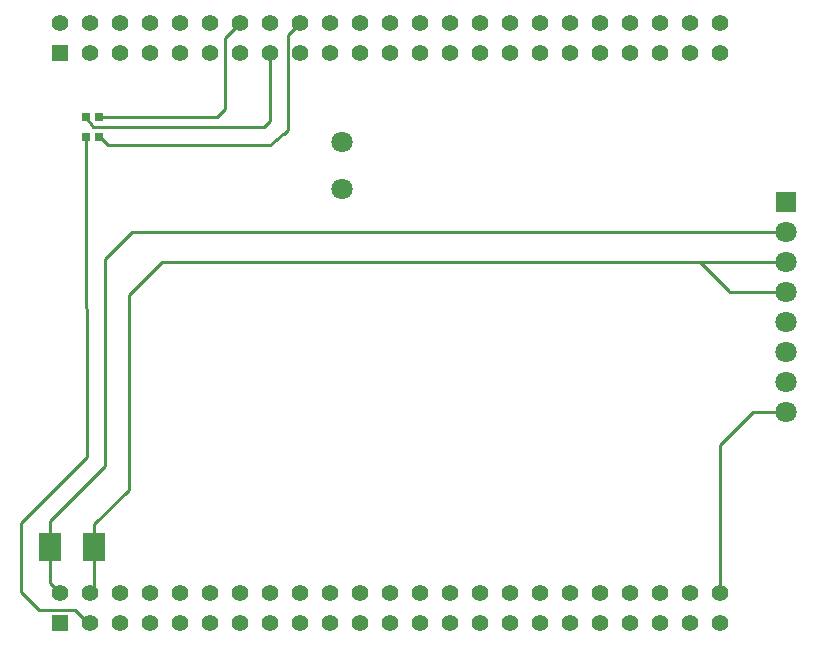
<source format=gtl>
G04 Layer: TopLayer*
G04 EasyEDA v6.5.22, 2023-01-10 12:38:46*
G04 25b49afb8cf343a198f3b3cb698868e7,2e4b97ed0a384ad5b60706015a639cab,10*
G04 Gerber Generator version 0.2*
G04 Scale: 100 percent, Rotated: No, Reflected: No *
G04 Dimensions in inches *
G04 leading zeros omitted , absolute positions ,3 integer and 6 decimal *
%FSLAX36Y36*%
%MOIN*%

%ADD10C,0.0100*%
%ADD11R,0.0748X0.0935*%
%ADD12R,0.0276X0.0315*%
%ADD13C,0.0709*%
%ADD14R,0.0551X0.0551*%
%ADD15C,0.0551*%
%ADD16R,0.0709X0.0709*%

%LPD*%
D10*
X971649Y-513458D02*
G01*
X973461Y-513458D01*
X1000000Y-540000D01*
X1540000Y-540000D01*
X1584252Y-504600D01*
X1585399Y-504600D01*
X1600000Y-490000D01*
X1600000Y-175000D01*
X1640000Y-135000D01*
X950000Y-480000D02*
G01*
X1520000Y-480000D01*
X1540000Y-460000D01*
X1540000Y-235000D01*
X928350Y-446541D02*
G01*
X928350Y-448350D01*
X950000Y-480000D01*
X971649Y-446541D02*
G01*
X1363461Y-446541D01*
X1390000Y-420000D01*
X1390000Y-185000D01*
X1440000Y-135000D01*
X940000Y-2135000D02*
G01*
X935000Y-2135000D01*
X890000Y-2090000D01*
X770000Y-2090000D01*
X710000Y-2030000D01*
X710000Y-1800000D01*
X930000Y-1580000D01*
X928301Y-580000D01*
X928301Y-503501D01*
X3260000Y-1430000D02*
G01*
X3150000Y-1430000D01*
X3040000Y-1540000D01*
X3040000Y-2035000D01*
X3260000Y-1030000D02*
G01*
X3070000Y-1030000D01*
X3070000Y-1027366D01*
X2972632Y-930000D01*
X954751Y-1880000D02*
G01*
X954751Y-1805248D01*
X1070000Y-1690000D01*
X1070000Y-1040000D01*
X1180000Y-930000D01*
X3260000Y-930000D01*
X805248Y-1880000D02*
G01*
X805248Y-1794751D01*
X990000Y-1610000D01*
X990000Y-920000D01*
X1080000Y-830000D01*
X3260000Y-830000D01*
X940000Y-2035000D02*
G01*
X954751Y-2020248D01*
X954751Y-1880000D01*
X840000Y-2035000D02*
G01*
X805248Y-2000248D01*
X805248Y-1880000D01*
D11*
G01*
X954749Y-1880000D03*
G01*
X805250Y-1880000D03*
D12*
G01*
X971649Y-513460D03*
G01*
X928350Y-513460D03*
G01*
X928350Y-446539D03*
G01*
X971649Y-446539D03*
D13*
G01*
X1780000Y-688739D03*
G01*
X1780000Y-531260D03*
D14*
G01*
X840000Y-235000D03*
D15*
G01*
X840000Y-135000D03*
G01*
X940000Y-235000D03*
G01*
X940000Y-135000D03*
G01*
X1040000Y-235000D03*
G01*
X1040000Y-135000D03*
G01*
X1140000Y-235000D03*
G01*
X1140000Y-135000D03*
G01*
X1240000Y-235000D03*
G01*
X1240000Y-135000D03*
G01*
X1340000Y-235000D03*
G01*
X1340000Y-135000D03*
G01*
X1440000Y-235000D03*
G01*
X1440000Y-135000D03*
G01*
X1540000Y-235000D03*
G01*
X1540000Y-135000D03*
G01*
X1640000Y-235000D03*
G01*
X1640000Y-135000D03*
G01*
X1740000Y-235000D03*
G01*
X1740000Y-135000D03*
G01*
X1840000Y-235000D03*
G01*
X1840000Y-135000D03*
G01*
X1940000Y-235000D03*
G01*
X1940000Y-135000D03*
G01*
X2040000Y-235000D03*
G01*
X2040000Y-135000D03*
G01*
X2140000Y-235000D03*
G01*
X2140000Y-135000D03*
G01*
X2240000Y-235000D03*
G01*
X2240000Y-135000D03*
G01*
X2340000Y-235000D03*
G01*
X2340000Y-135000D03*
G01*
X2440000Y-235000D03*
G01*
X2440000Y-135000D03*
G01*
X2540000Y-235000D03*
G01*
X2540000Y-135000D03*
G01*
X2640000Y-235000D03*
G01*
X2640000Y-135000D03*
G01*
X2740000Y-235000D03*
G01*
X2740000Y-135000D03*
G01*
X2840000Y-235000D03*
G01*
X2840000Y-135000D03*
G01*
X2940000Y-235000D03*
G01*
X2940000Y-135000D03*
G01*
X3040000Y-235000D03*
G01*
X3040000Y-135000D03*
D14*
G01*
X840000Y-2135000D03*
D15*
G01*
X840000Y-2035000D03*
G01*
X940000Y-2135000D03*
G01*
X940000Y-2035000D03*
G01*
X1040000Y-2135000D03*
G01*
X1040000Y-2035000D03*
G01*
X1140000Y-2135000D03*
G01*
X1140000Y-2035000D03*
G01*
X1240000Y-2135000D03*
G01*
X1240000Y-2035000D03*
G01*
X1340000Y-2135000D03*
G01*
X1340000Y-2035000D03*
G01*
X1440000Y-2135000D03*
G01*
X1440000Y-2035000D03*
G01*
X1540000Y-2135000D03*
G01*
X1540000Y-2035000D03*
G01*
X1640000Y-2135000D03*
G01*
X1640000Y-2035000D03*
G01*
X1740000Y-2135000D03*
G01*
X1740000Y-2035000D03*
G01*
X1840000Y-2135000D03*
G01*
X1840000Y-2035000D03*
G01*
X1940000Y-2135000D03*
G01*
X1940000Y-2035000D03*
G01*
X2040000Y-2135000D03*
G01*
X2040000Y-2035000D03*
G01*
X2140000Y-2135000D03*
G01*
X2140000Y-2035000D03*
G01*
X2240000Y-2135000D03*
G01*
X2240000Y-2035000D03*
G01*
X2340000Y-2135000D03*
G01*
X2340000Y-2035000D03*
G01*
X2440000Y-2135000D03*
G01*
X2440000Y-2035000D03*
G01*
X2540000Y-2135000D03*
G01*
X2540000Y-2035000D03*
G01*
X2640000Y-2135000D03*
G01*
X2640000Y-2035000D03*
G01*
X2740000Y-2135000D03*
G01*
X2740000Y-2035000D03*
G01*
X2840000Y-2135000D03*
G01*
X2840000Y-2035000D03*
G01*
X2940000Y-2135000D03*
G01*
X2940000Y-2035000D03*
G01*
X3040000Y-2135000D03*
G01*
X3040000Y-2035000D03*
D16*
G01*
X3260000Y-730000D03*
D13*
G01*
X3260000Y-830000D03*
G01*
X3260000Y-930000D03*
G01*
X3260000Y-1030000D03*
G01*
X3260000Y-1130000D03*
G01*
X3260000Y-1230000D03*
G01*
X3260000Y-1330000D03*
G01*
X3260000Y-1430000D03*
M02*

</source>
